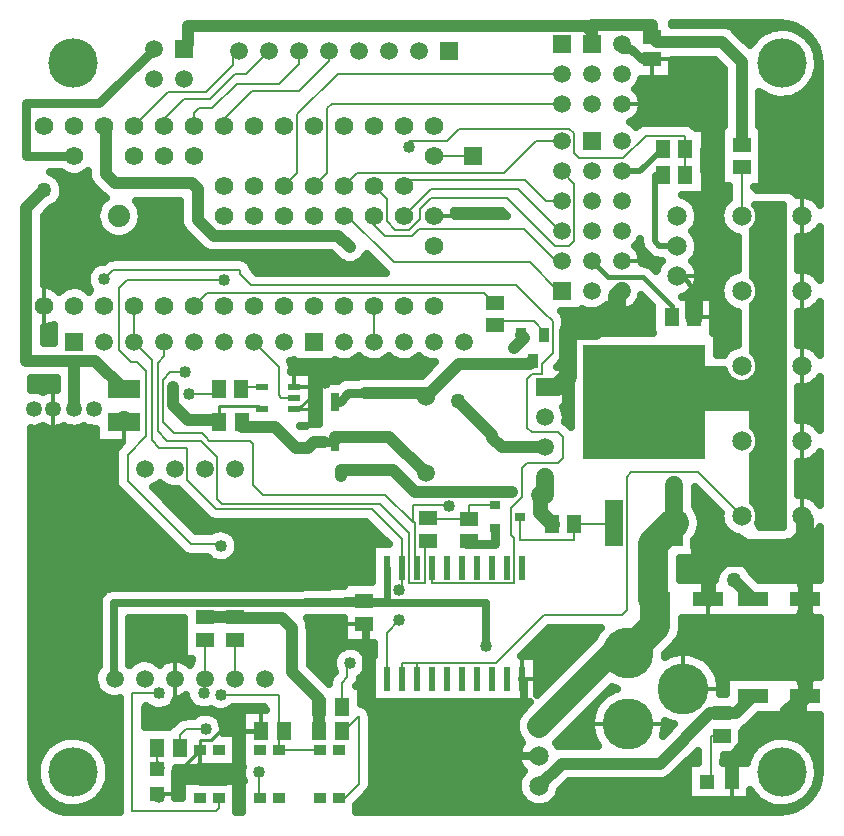
<source format=gtl>
G04 DipTrace Beta 2.9.0.1*
G04 TeensyArbotixProV3.gtl*
%MOIN*%
G04 #@! TF.FileFunction,Copper,L1,Top*
G04 #@! TF.Part,Single*
G04 #@! TA.AperFunction,ViaPad*
%ADD13C,0.04*%
G04 #@! TA.AperFunction,Conductor,NotC*
%ADD14C,0.015*%
%ADD15C,0.01*%
G04 #@! TA.AperFunction,CopperBalancing*
%ADD16C,0.025*%
G04 #@! TA.AperFunction,Conductor,NotC*
%ADD17C,0.023622*%
%ADD18C,0.008*%
G04 #@! TA.AperFunction,ComponentPad*
%ADD19C,0.06*%
G04 #@! TA.AperFunction,ViaPad*
%ADD20C,0.05*%
G04 #@! TA.AperFunction,Conductor,NotC*
%ADD21C,0.051181*%
%ADD22C,0.03*%
%ADD23C,0.047244*%
%ADD24C,0.02*%
%ADD25C,0.059055*%
%ADD26C,0.033465*%
%ADD27C,0.031496*%
%ADD28C,0.1*%
%ADD29C,0.08*%
G04 #@! TA.AperFunction,CopperBalancing*
%ADD30C,0.013*%
G04 #@! TA.AperFunction,SMDPad,CuDef*
%ADD31R,0.059055X0.051181*%
G04 #@! TA.AperFunction,ComponentPad*
%ADD33C,0.065199*%
%ADD34C,0.059055*%
G04 #@! TA.AperFunction,SMDPad,CuDef*
%ADD35R,0.051181X0.059055*%
%ADD37R,0.1X0.05*%
%ADD38R,0.106299X0.062992*%
G04 #@! TA.AperFunction,ComponentPad*
%ADD39R,0.059055X0.059055*%
G04 #@! TA.AperFunction,SMDPad,CuDef*
%ADD41R,0.03937X0.035433*%
%ADD42R,0.031496X0.062992*%
G04 #@! TA.AperFunction,ComponentPad*
%ADD43C,0.17*%
%ADD45C,0.074*%
G04 #@! TA.AperFunction,SMDPad,CuDef*
%ADD46R,0.047244X0.047244*%
G04 #@! TA.AperFunction,ComponentPad*
%ADD47C,0.05315*%
G04 #@! TA.AperFunction,SMDPad,CuDef*
%ADD48R,0.033465X0.051181*%
%ADD50R,0.059055X0.155512*%
%ADD51R,0.409449X0.38189*%
%ADD53R,0.035433X0.031496*%
%ADD54R,0.043307X0.023622*%
G04 #@! TA.AperFunction,ComponentPad*
%ADD55C,0.06194*%
G04 #@! TA.AperFunction,SMDPad,CuDef*
%ADD56R,0.023622X0.07874*%
G04 #@! TA.AperFunction,ComponentPad*
%ADD57C,0.06194*%
G04 #@! TA.AperFunction,ViaPad*
%ADD59C,0.165*%
%FSLAX26Y26*%
G04*
G70*
G90*
G75*
G01*
G04 Top*
%LPD*%
X2592866Y2106347D2*
D14*
Y2144016D1*
X2495866Y2241016D1*
X2378866D1*
X2325866Y2294016D1*
X1418404Y808273D2*
D15*
X1421372Y801540D1*
X1429126Y809920D1*
X2863366Y1169016D2*
D13*
X2801351Y1231032D1*
X700866Y2744016D2*
X706272Y2738610D1*
Y2585372D1*
X738554Y2553089D1*
X995201D1*
X1012956Y2535335D1*
Y2431719D1*
X1066780Y2377895D1*
X1481849D1*
X1520336Y2339408D1*
X1881080Y1827306D2*
X1995462Y1712924D1*
Y1705125D1*
X2026571Y1674016D1*
X2170866D1*
X2060154Y1525276D2*
X1737706D1*
X1663824Y1599158D1*
X1490408D1*
Y1577361D1*
X1327578Y929932D2*
Y925549D1*
X1418404Y834722D1*
Y808273D1*
X1035866Y1106418D2*
X1135866D1*
X1137072Y1105212D2*
X1292620D1*
X1327578Y1070254D1*
Y929932D1*
X1418404Y808273D2*
Y728247D1*
X2758866Y786418D2*
X2805768D1*
X2863366Y844016D1*
X2758866Y786418D2*
X2721268D1*
X2553866Y619016D1*
X2225866D1*
X2150866Y544016D1*
X2525866Y3041462D2*
Y3080007D1*
X2325866D1*
Y3019016D1*
X1973334Y1012544D2*
D16*
Y1154054D1*
X1301050D1*
X733813D1*
Y903806D1*
X735866Y901752D1*
D13*
D3*
X965866Y3002016D2*
X981866Y3018016D1*
Y3077016D1*
X2307866D1*
X2325866Y3059016D1*
Y3019016D1*
X1567297Y1159943D2*
D16*
X1301050Y1154054D1*
X2525866Y3041462D2*
D13*
X2544181Y3023147D1*
X2761670D1*
X2825866Y2958950D1*
Y2681418D1*
X1567297Y1159943D2*
D17*
X1643202D1*
Y1271411D1*
X2638268Y2581462D2*
D18*
Y2669016D1*
Y2712544D1*
X2506894D1*
X2431894Y2637544D1*
X2283394D1*
X2267394Y2653544D1*
Y2719544D1*
X2251394Y2735544D1*
X1885260D1*
X1844733Y2695016D1*
X1717866D1*
Y2675016D1*
X1282362Y664725D2*
X1357677D1*
X1419370D1*
X1276624Y670776D2*
Y664725D1*
X1357677D1*
X1299469Y728113D2*
X1282362Y711007D1*
Y664725D1*
X1299469Y728113D2*
X1282974Y744608D1*
Y849044D1*
X1090226D1*
Y1345105D2*
X1084213Y1351118D1*
X991006D1*
X779533Y1562591D1*
Y1648504D1*
X840849Y1709820D1*
Y1929033D1*
X811179Y1958704D1*
X789179D1*
X750866Y1997016D1*
Y2204016D1*
X778592Y2231742D1*
X1100866D1*
X1800866Y2644016D2*
X1930866D1*
X1200866Y2024016D2*
X1283943Y1940940D1*
X1282991Y1939987D1*
Y1846278D1*
X1291852Y1837418D1*
X1332866D1*
X953268Y671275D2*
Y714079D1*
X973041Y733852D1*
X1039305D1*
X1400866Y2544016D2*
X1443839Y2586988D1*
Y2803016D1*
X1459839Y2819016D1*
X2225866D1*
X1300866Y2544016D2*
X1343839Y2586988D1*
Y2783500D1*
X1479355Y2919016D1*
X2225866D1*
X1849931Y1476118D2*
Y1481803D1*
X1730197D1*
Y1423532D1*
X1738072D1*
Y1271411D1*
X1743202D1*
X1730197Y1423532D2*
X1638030Y1515698D1*
X1230109D1*
X1197365Y1548441D1*
Y1684264D1*
X1186452Y1695179D1*
X1051841D1*
X1040927Y1706092D1*
Y1709188D1*
X1028256Y1721859D1*
X932357D1*
X896068Y1758147D1*
Y1898366D1*
X921309Y1923607D1*
X971866D1*
X700866Y2233366D2*
X731244Y2263744D1*
X1153730D1*
Y2251126D1*
X1192011Y2212845D1*
X2074626D1*
X2164089Y2123382D1*
X2165233D1*
X2195599Y2093016D1*
Y1987733D1*
X2160197Y1952331D1*
Y1917544D1*
X2127339D1*
X2111339Y1901544D1*
Y1739126D1*
X2127339Y1723126D1*
X2214394D1*
X2230394Y1707126D1*
Y1636256D1*
X2214394Y1620256D1*
X2110154D1*
X2094154Y1604256D1*
Y1507150D1*
X2057496Y1470492D1*
Y1379736D1*
X2067016Y1370217D1*
Y1220040D1*
X1793202D1*
Y1271411D1*
X1600866Y2144016D2*
Y2024016D1*
X1035866Y1031614D2*
Y901752D1*
X1135866Y1031614D2*
Y901752D1*
X800866Y2144016D2*
Y2024016D1*
X860729Y1964154D1*
Y1696614D1*
X885474Y1671869D1*
X977394D1*
Y1564818D1*
X1074196Y1468016D1*
X1592450D1*
X1693202Y1367264D1*
Y1271411D1*
X1685016Y1096012D2*
X1643202Y1054198D1*
Y901332D1*
X1693202Y1271411D2*
Y1205202D1*
X1685016Y1197016D1*
X1450866Y2994016D2*
Y2961016D1*
X1350866Y2861016D1*
X1192866D1*
X1100866Y2769016D1*
Y2744016D1*
X1000866D2*
Y2786988D1*
X1016866Y2802988D1*
X1061839D1*
X1143866Y2885016D1*
X1283866D1*
X1350866Y2952016D1*
Y2994016D1*
X900866Y2744016D2*
Y2769016D1*
X966866Y2835016D1*
X1052866D1*
X1135866Y2918016D1*
X1174866D1*
X1250866Y2994016D1*
X1150866D2*
X1131866Y2975016D1*
Y2949016D1*
X1040866Y2858016D1*
X914866D1*
X800866Y2744016D1*
X1500866Y2444016D2*
Y2454016D1*
X1665557Y2289326D1*
X2119557D1*
X2214866Y2194016D1*
X2225866D1*
Y2294016D2*
X2207485D1*
X2099485Y2402016D1*
X1749866D1*
X1726866Y2379016D1*
X1635866D1*
X1600866Y2414016D1*
Y2444016D1*
X2225866Y2394016D2*
X2220866D1*
X2080866Y2534016D1*
X1790866D1*
X1700866Y2444016D1*
X2225866Y2494016D2*
X2172933D1*
X2102933Y2564016D1*
X1700866D1*
Y2544016D1*
X900866Y2024016D2*
Y1976020D1*
X878952Y1954105D1*
Y1725935D1*
X909966Y1694920D1*
X1022781D1*
X1077394Y1640307D1*
Y1500016D1*
X1093394Y1484016D1*
X1619546D1*
X1717016Y1386546D1*
Y1220040D1*
X1769391D1*
Y1361614D1*
X1780866D1*
X1600866Y2544016D2*
X1643839Y2501044D1*
Y2426044D1*
X1670866Y2399016D1*
X1717866D1*
X1752797Y2433946D1*
Y2465946D1*
X1790866Y2504016D1*
X2043866D1*
X2204866Y2343016D1*
X2248866D1*
X2267394Y2361544D1*
Y2552488D1*
X2225866Y2594016D1*
Y2694016D2*
X2140866D1*
X2034343Y2587492D1*
X1544343D1*
X1500866Y2544016D1*
X1000866Y2144016D2*
X1043839Y2186988D1*
X1968810D1*
X2000306Y2155492D1*
X2005519D1*
X2825866Y1444016D2*
X2679949Y1589933D1*
X2458394D1*
X2442394Y1573933D1*
Y1131016D1*
X2426394Y1115016D1*
X2167646D1*
X2007335Y954705D1*
X1743202D1*
X1693202D1*
Y901332D1*
X1743202Y954705D2*
Y901332D1*
X2825866Y2444016D2*
Y2606614D1*
X3038366Y844016D2*
D20*
Y899016D1*
D19*
Y1114016D1*
D20*
Y1169016D1*
Y1224016D1*
D19*
Y1304016D1*
Y1431516D1*
X3025866Y1444016D1*
X2713366Y1169016D2*
D20*
Y1249633D1*
D19*
X2767750Y1304016D1*
X3038366D1*
X1910866Y1359376D2*
D21*
Y1360712D1*
X1916702D1*
X1910866Y1359376D2*
D22*
Y1352582D1*
X2004537D1*
Y1404722D1*
X2792205Y559016D2*
D23*
Y624355D1*
D19*
X2893866Y726016D1*
X2953866D1*
X2980866Y753016D1*
Y786516D1*
X2999475Y805125D1*
D20*
X3038366Y844016D1*
X2425866Y2594016D2*
D24*
X2488465D1*
X2563465Y2669016D1*
X2425866Y3019016D2*
D22*
Y3001832D1*
X2457319D1*
X2492492Y2966659D1*
X2525866D1*
X2610866Y2244016D2*
D14*
X2625866D1*
X2670866Y2199016D1*
Y2109544D1*
X2667670Y2106347D1*
D19*
Y2179586D1*
D14*
X2670866Y2109544D1*
X875866Y516677D2*
D15*
Y508016D1*
X883844D1*
X2425866Y2194016D2*
D25*
X2409866Y2178016D1*
D19*
Y2135016D1*
X2335866Y2061016D1*
X2245866D1*
Y1909016D1*
X2210866Y1874016D1*
D25*
X2170866D1*
X2092063Y2047016D2*
D13*
X2101656Y2037423D1*
X2068250Y2004016D1*
X766583Y1756450D2*
D19*
Y1764733D1*
X1332866Y1874819D2*
D15*
X1334092Y1876045D1*
X1383675D1*
Y1800016D1*
X1348723D1*
X1332866D1*
X1348723D2*
X1437723Y1889016D1*
X1019370Y664725D2*
X952885Y598239D1*
Y522786D1*
X946776Y516677D1*
X875866D1*
X2093202Y901332D2*
D16*
X2100422Y894113D1*
Y800823D1*
X2068406Y768807D1*
Y655419D1*
X2079809Y644016D1*
X2150866D1*
X1567297Y1085139D2*
X1573496Y1078940D1*
Y847920D1*
X1611649Y809768D1*
Y770149D1*
X2076512D1*
X2068406Y768807D1*
X1224666Y728113D2*
D15*
X1222193Y725641D1*
X1084104D1*
X1055870Y697407D1*
X1019370D1*
Y664725D1*
X1217903Y589714D2*
D18*
Y503307D1*
X1219370D1*
X1521365Y952928D2*
Y946082D1*
X1511889D1*
Y907323D1*
X1493208Y888642D1*
Y808273D1*
X1772914Y1842016D2*
D13*
X1882714Y1951817D1*
X2119533D1*
D26*
Y1960402D1*
X2129465D1*
X1470969Y1825549D2*
D18*
X1485706D1*
D27*
X1514097Y1853940D1*
X1569647D1*
D13*
X1772914D1*
Y1842016D1*
X1493208Y728247D2*
D18*
X1502097D1*
X1549866Y776016D1*
Y550016D1*
X1503158Y503307D1*
X1482362D1*
X1158670Y1866065D2*
X1167424Y1874819D1*
X1226567D1*
X878465Y671275D2*
Y626095D1*
X899656Y604903D1*
X875866D1*
Y599355D1*
X2005519Y2080689D2*
X2017845Y2093016D1*
X2132866D1*
X2166866Y2059016D1*
Y2047016D1*
X983882Y1850019D2*
X1083866D1*
Y1866065D1*
X2758866Y711614D2*
X2722866D1*
Y559016D1*
X2709528D1*
X2268268Y1419016D2*
X2400214D1*
X2400864Y1419666D1*
X2268268Y1419016D2*
Y1364268D1*
X2087214D1*
Y1442124D1*
X2004537Y1479525D2*
X1916702D1*
Y1435515D1*
X1780866D1*
Y1436418D1*
X1772914Y1586063D2*
D13*
X1650996Y1707981D1*
X1470969D1*
D27*
Y1691691D1*
X1159866Y1756016D2*
D13*
Y1740016D1*
X1271673D1*
X1339916Y1671773D1*
X1380584D1*
X1400502Y1691691D1*
X1435221D1*
D27*
X1470969D1*
X882798Y853776D2*
D18*
X897172Y839402D1*
Y854777D1*
X795251D1*
Y462273D1*
X1074055D1*
X1082362Y470580D1*
Y503307D1*
X2925866Y2444016D2*
D19*
Y2194016D1*
Y1944016D1*
Y1834016D1*
Y1694016D1*
Y1444016D1*
X2500866Y1825197D2*
X2925866D1*
Y1834016D1*
X2538366Y1169016D2*
D28*
X2530866D1*
Y1349646D1*
X2600866Y1419646D1*
X2170866Y1574016D2*
D25*
Y1514488D1*
D19*
X2154156D1*
D21*
Y1458324D1*
X2193465Y1419016D1*
X2610866Y2344016D2*
D24*
X2552166D1*
X2536866Y2359315D1*
Y2581462D1*
X2563465D1*
X2538366Y1169016D2*
D28*
Y1078516D1*
X2446866Y987016D1*
D29*
X2393866D1*
X2150866Y744016D1*
X2600866Y1419646D2*
D25*
Y1546406D1*
X500866Y2530016D2*
D13*
X440866Y2470016D1*
Y1962218D1*
X600866D1*
X671051D1*
X766583Y1866687D1*
Y1873116D1*
X930845D2*
Y1814355D1*
X980124Y1765076D1*
X1085063D1*
Y1756016D1*
X600866Y1800383D2*
Y1962218D1*
X1226567Y1800016D2*
D15*
X1214269Y1812314D1*
X1085063D1*
Y1756016D1*
X865866Y3002016D2*
D22*
X684042Y2820192D1*
X440866D1*
Y2644016D1*
X600866D1*
D20*
X2801351Y1231032D3*
D13*
X1520336Y2339408D3*
D20*
X1881080Y1827306D3*
D13*
X1090226Y849044D3*
Y1345105D3*
X1100866Y2231742D3*
X1039305Y733852D3*
X883844Y508016D3*
X2068250Y2004016D3*
X766583Y1764733D3*
X1437723Y1889016D3*
X882798Y853776D3*
D20*
X500866Y2530016D3*
D13*
X766583Y1873116D3*
X930845D3*
D59*
X2959922Y590866D3*
X597717D3*
Y2953071D3*
X2959922D3*
D13*
X1910866Y1359376D3*
X1973334Y1012544D3*
X1717866Y2675016D3*
X1490408Y1577361D3*
X2060154Y1525276D3*
X1327578Y929932D3*
X1217903Y589714D3*
X1521365Y952928D3*
X983882Y1850019D3*
X1849931Y1476118D3*
X971866Y1923607D3*
X700866Y2233366D3*
X1032932Y855302D3*
X1685016Y1096012D3*
Y1197016D3*
X2600866Y1546406D3*
X2885983Y2456647D2*
D16*
X2960671D1*
X2885983Y2431778D2*
X2960671D1*
X2874265Y2406910D2*
X2960671D1*
X2866062Y2382041D2*
X2960671D1*
X2866062Y2357172D2*
X2960671D1*
X2866062Y2332303D2*
X2960671D1*
X2866062Y2307435D2*
X2960671D1*
X2866062Y2282566D2*
X2960671D1*
X2866062Y2257697D2*
X2960671D1*
X2873093Y2232828D2*
X2960671D1*
X2885983Y2207960D2*
X2960671D1*
X2886374Y2183091D2*
X2960671D1*
X2875437Y2158222D2*
X2960671D1*
X2866062Y2133353D2*
X2960671D1*
X2866062Y2108485D2*
X2960671D1*
X2866062Y2083616D2*
X2960671D1*
X2866062Y2058747D2*
X2960671D1*
X2866062Y2033878D2*
X2960671D1*
X2866062Y2009009D2*
X2960671D1*
X2871922Y1984141D2*
X2960671D1*
X2885593Y1959272D2*
X2960671D1*
X2886765Y1934403D2*
X2960671D1*
X2416062Y1909534D2*
X2775515D1*
X2876218D2*
X2960671D1*
X2416062Y1884666D2*
X2960671D1*
X2416062Y1859797D2*
X2960671D1*
X2416062Y1834928D2*
X2960671D1*
X2416062Y1810059D2*
X2960671D1*
X2866062Y1785191D2*
X2960671D1*
X2866062Y1760322D2*
X2960671D1*
X2870359Y1735453D2*
X2960671D1*
X2885202Y1710584D2*
X2960671D1*
X2886765Y1685715D2*
X2960671D1*
X2877390Y1660847D2*
X2960671D1*
X2866062Y1635978D2*
X2960671D1*
X2866062Y1611109D2*
X2960671D1*
X2866062Y1586240D2*
X2960671D1*
X2866062Y1561372D2*
X2960671D1*
X2866062Y1536503D2*
X2960671D1*
X2866062Y1511634D2*
X2960671D1*
X2869187Y1486765D2*
X2960671D1*
X2884811Y1461897D2*
X2960671D1*
X2887155Y1437028D2*
X2960671D1*
X2887937Y1412159D2*
X2960671D1*
X2883641Y1431609D2*
X2879870Y1420125D1*
X2884843Y1413146D1*
X2887395Y1406210D1*
X2938366Y1406516D1*
X2962975D1*
X2963366Y1494016D1*
Y2481125D1*
X2875866Y2481516D1*
X2871570D1*
X2875561Y2475990D1*
X2881166Y2464844D1*
X2884306Y2452769D1*
X2884958Y2444016D1*
X2883641Y2431609D1*
X2879748Y2419755D1*
X2873453Y2408983D1*
X2863449Y2398642D1*
X2863366Y2239719D1*
X2875561Y2225990D1*
X2881166Y2214844D1*
X2884306Y2202769D1*
X2884958Y2194016D1*
X2883641Y2181609D1*
X2879748Y2169755D1*
X2873453Y2158983D1*
X2863449Y2148642D1*
X2863366Y1989719D1*
X2875561Y1975990D1*
X2881166Y1964844D1*
X2884306Y1952769D1*
X2884958Y1944016D1*
X2883641Y1931609D1*
X2879748Y1919755D1*
X2873453Y1908983D1*
X2865037Y1899772D1*
X2854874Y1892534D1*
X2843419Y1887591D1*
X2831180Y1885163D1*
X2818705Y1885360D1*
X2806549Y1888171D1*
X2795255Y1893471D1*
X2785324Y1901025D1*
X2777202Y1910496D1*
X2771248Y1921461D1*
X2768280Y1931561D1*
X2413757Y1931516D1*
X2413366Y1844016D1*
Y1806907D1*
X2500866Y1806516D1*
X2850866D1*
X2861411Y1800397D1*
X2863366Y1794016D1*
Y1739719D1*
X2875561Y1725990D1*
X2881166Y1714844D1*
X2884306Y1702769D1*
X2884958Y1694016D1*
X2883641Y1681609D1*
X2879748Y1669755D1*
X2873453Y1658983D1*
X2863449Y1648642D1*
X2863366Y1489719D1*
X2875561Y1475990D1*
X2881166Y1464844D1*
X2884306Y1452769D1*
X2884958Y1444016D1*
X2883641Y1431609D1*
X2807649Y3062553D2*
X2905773D1*
X3013899D2*
X3027444D1*
X2832259Y3037684D2*
X2871008D1*
X2596320Y2963078D2*
X2736633D1*
X2596320Y2938209D2*
X2761243D1*
X2596320Y2913340D2*
X2764759D1*
X2489289Y2888471D2*
X2764759D1*
X3064680D2*
X3085071D1*
X2479915Y2863603D2*
X2764759D1*
X3043977D2*
X3085071D1*
X2493587Y2838734D2*
X2764759D1*
X2886945D2*
X2917883D1*
X3002180D2*
X3085071D1*
X2496320Y2813865D2*
X2764759D1*
X2886945D2*
X3085071D1*
X2489289Y2788996D2*
X2764759D1*
X2886945D2*
X3085071D1*
X2468587Y2764128D2*
X2764759D1*
X2886945D2*
X3085071D1*
X2673664Y2739259D2*
X2755383D1*
X2896320D2*
X3085071D1*
X2704915Y2714390D2*
X2755383D1*
X2896320D2*
X3085071D1*
X2704915Y2689521D2*
X2755383D1*
X2896320D2*
X3085071D1*
X2704915Y2664652D2*
X2755383D1*
X2896320D2*
X3085071D1*
X2704915Y2639784D2*
X2755383D1*
X2896320D2*
X3085071D1*
X2704915Y2614915D2*
X2755383D1*
X2896320D2*
X3085071D1*
X524055Y2590046D2*
X554601D1*
X2704915D2*
X2755383D1*
X2896320D2*
X3085071D1*
X556087Y2565177D2*
X648743D1*
X2704915D2*
X2755383D1*
X2896320D2*
X3085071D1*
X565852Y2540309D2*
X665931D1*
X2704915D2*
X2780773D1*
X2870931D2*
X3085071D1*
X565071Y2515440D2*
X690931D1*
X2704915D2*
X2780773D1*
X3010383D2*
X3085071D1*
X552961Y2490571D2*
X688977D1*
X812727D2*
X951868D1*
X2667024D2*
X2769445D1*
X521712Y2465702D2*
X676087D1*
X825617D2*
X951868D1*
X2681087D2*
X2755773D1*
X501789Y2440834D2*
X672961D1*
X828743D2*
X951868D1*
X2684212D2*
X2752259D1*
X501789Y2415965D2*
X678431D1*
X823273D2*
X954212D1*
X2678743D2*
X2758117D1*
X501789Y2391096D2*
X694445D1*
X807259D2*
X968273D1*
X2666633D2*
X2775696D1*
X501789Y2366227D2*
X993273D1*
X2681087D2*
X2809680D1*
X3017024D2*
X3085071D1*
X501789Y2341359D2*
X1018273D1*
X2684601D2*
X2809680D1*
X3017024D2*
X3085071D1*
X501789Y2316490D2*
X1458117D1*
X2492415D2*
X2508508D1*
X2678743D2*
X2809680D1*
X3017024D2*
X3085071D1*
X501789Y2291621D2*
X692883D1*
X1188117D2*
X1483899D1*
X1556477D2*
X1600696D1*
X2496320D2*
X2555383D1*
X2666243D2*
X2809680D1*
X3017024D2*
X3085071D1*
X501789Y2266752D2*
X650305D1*
X1200617D2*
X1625696D1*
X2680696D2*
X2809680D1*
X3017024D2*
X3085071D1*
X501789Y2241883D2*
X640540D1*
X2684601D2*
X2770617D1*
X501789Y2217015D2*
X642101D1*
X2679133D2*
X2756164D1*
X2661945Y2192146D2*
X2752259D1*
X2734212Y2167277D2*
X2757336D1*
X2472883Y2142408D2*
X2526087D1*
X2734212D2*
X2774524D1*
X2232649Y2117540D2*
X2526087D1*
X2734212D2*
X2809680D1*
X3017024D2*
X3085071D1*
X2240461Y2092671D2*
X2526087D1*
X2734212D2*
X2809680D1*
X3017024D2*
X3085071D1*
X501789Y2067802D2*
X530383D1*
X2240461D2*
X2526087D1*
X2734212D2*
X2809680D1*
X3017024D2*
X3085071D1*
X501789Y2042933D2*
X530383D1*
X2240461D2*
X2254992D1*
X2746712D2*
X2809680D1*
X3017024D2*
X3085071D1*
X2240461Y2018065D2*
X2254992D1*
X2746712D2*
X2809680D1*
X3017024D2*
X3085071D1*
X2240461Y1993196D2*
X2254992D1*
X2746712D2*
X2772180D1*
X1542415Y1968327D2*
X1559289D1*
X1642415D2*
X1659289D1*
X1742415D2*
X1759289D1*
X2235773D2*
X2254992D1*
X1328743Y1943458D2*
X1788977D1*
X2213899D2*
X2254992D1*
X1395540Y1918589D2*
X1764368D1*
X2241243D2*
X2254992D1*
X459212Y1893721D2*
X539759D1*
X1395540D2*
X1414368D1*
X2241243D2*
X2254992D1*
X459212Y1868852D2*
X539759D1*
X1395540D2*
X1414368D1*
X2241243D2*
X2254992D1*
X3017024D2*
X3085071D1*
X1395540Y1843983D2*
X1414368D1*
X2241243D2*
X2254992D1*
X3017024D2*
X3085071D1*
X1395540Y1819114D2*
X1414368D1*
X2241243D2*
X2254992D1*
X3017024D2*
X3085071D1*
X1395540Y1794246D2*
X1414368D1*
X2238508D2*
X2254992D1*
X3017024D2*
X3085071D1*
X1395540Y1769377D2*
X1414368D1*
X2241243D2*
X2254992D1*
X3017024D2*
X3085071D1*
X1352571Y1744508D2*
X1372961D1*
X459212Y1719639D2*
X672571D1*
X459212Y1694771D2*
X672571D1*
X459212Y1669902D2*
X740149D1*
X459212Y1645033D2*
X734680D1*
X459212Y1620164D2*
X734680D1*
X3017024D2*
X3085071D1*
X459212Y1595296D2*
X734680D1*
X3017024D2*
X3085071D1*
X459212Y1570427D2*
X734680D1*
X3017024D2*
X3085071D1*
X459212Y1545558D2*
X738196D1*
X876789D2*
X894836D1*
X3017024D2*
X3085071D1*
X459212Y1520689D2*
X758899D1*
X884212D2*
X958899D1*
X2671320D2*
X2686633D1*
X3017024D2*
X3085071D1*
X459212Y1495820D2*
X783508D1*
X908820D2*
X983899D1*
X2671320D2*
X2711633D1*
X459212Y1470952D2*
X808508D1*
X933820D2*
X1008508D1*
X2675617D2*
X2736243D1*
X459212Y1446083D2*
X833508D1*
X958820D2*
X1033508D1*
X2687727D2*
X2752259D1*
X459212Y1421214D2*
X858117D1*
X983431D2*
X1576477D1*
X2692024D2*
X2756164D1*
X459212Y1396345D2*
X883117D1*
X1008431D2*
X1059680D1*
X1120931D2*
X1601477D1*
X2688899D2*
X2770617D1*
X459212Y1371477D2*
X908117D1*
X1144759D2*
X1626477D1*
X2677571D2*
X2817101D1*
X3009601D2*
X3085071D1*
X459212Y1346608D2*
X932727D1*
X1151399D2*
X1590540D1*
X2671320D2*
X3085071D1*
X459212Y1321739D2*
X957727D1*
X1146320D2*
X1590540D1*
X2671320D2*
X3085071D1*
X459212Y1296870D2*
X1054601D1*
X1126008D2*
X1590540D1*
X2621712D2*
X3085071D1*
X459212Y1272002D2*
X1590540D1*
X2621712D2*
X2750305D1*
X2852180D2*
X3085071D1*
X459212Y1247133D2*
X1590540D1*
X2621712D2*
X2737415D1*
X2870540D2*
X3085071D1*
X459212Y1222264D2*
X1496789D1*
X459212Y1197395D2*
X704601D1*
X459212Y1172526D2*
X683899D1*
X459212Y1147658D2*
X680383D1*
X459212Y1122789D2*
X680383D1*
X459212Y1097920D2*
X680383D1*
X787336D2*
X965149D1*
X1381477D2*
X1496789D1*
X2629524D2*
X3085071D1*
X459212Y1073051D2*
X680383D1*
X787336D2*
X965149D1*
X1388508D2*
X1496789D1*
X2629133D2*
X3085071D1*
X459212Y1048183D2*
X680383D1*
X787336D2*
X965149D1*
X1388508D2*
X1496789D1*
X2163508D2*
X2337024D1*
X2624055D2*
X3085071D1*
X459212Y1023314D2*
X680383D1*
X787336D2*
X965149D1*
X1388508D2*
X1496789D1*
X2138508D2*
X2316712D1*
X2609992D2*
X3085071D1*
X459212Y998445D2*
X680383D1*
X787336D2*
X965149D1*
X1388508D2*
X1481945D1*
X1560773D2*
X1598352D1*
X2113508D2*
X2291712D1*
X2585773D2*
X3085071D1*
X459212Y973576D2*
X680383D1*
X787336D2*
X965149D1*
X1388508D2*
X1463977D1*
X2145931D2*
X2267101D1*
X2699836D2*
X3085071D1*
X459212Y948708D2*
X680383D1*
X1389680D2*
X1460461D1*
X2145931D2*
X2242101D1*
X2728743D2*
X3085071D1*
X459212Y923839D2*
X669055D1*
X1414680D2*
X1465931D1*
X1574445D2*
X1590482D1*
X2145931D2*
X2217101D1*
X2745149D2*
X3085071D1*
X459212Y898970D2*
X665540D1*
X1556087D2*
X1590540D1*
X2145931D2*
X2192492D1*
X2754133D2*
X2772180D1*
X459212Y874101D2*
X671399D1*
X1559992D2*
X1590540D1*
X2145931D2*
X2167492D1*
X2757649D2*
X2772180D1*
X459212Y849233D2*
X690149D1*
X1559992D2*
X1590540D1*
X459212Y824364D2*
X750305D1*
X939289D2*
X980773D1*
X1559992D2*
X1590540D1*
X459212Y799495D2*
X750305D1*
X840071D2*
X858508D1*
X914289D2*
X1012805D1*
X1123664D2*
X1237805D1*
X1587727D2*
X2092883D1*
X459212Y774626D2*
X750305D1*
X840071D2*
X958508D1*
X1083820D2*
X1158117D1*
X1594759D2*
X2076087D1*
X2295149D2*
X2323352D1*
X2879133D2*
X3085071D1*
X459212Y749757D2*
X750305D1*
X840071D2*
X926477D1*
X1098273D2*
X1158117D1*
X1594759D2*
X2070227D1*
X2270149D2*
X2321008D1*
X2572883D2*
X2596789D1*
X2854524D2*
X3085071D1*
X459212Y724889D2*
X750305D1*
X1099445D2*
X1158117D1*
X1594759D2*
X2072180D1*
X2245149D2*
X2323743D1*
X2829524D2*
X3085071D1*
X459212Y700020D2*
X542883D1*
X652571D2*
X750305D1*
X1143196D2*
X1158117D1*
X1594759D2*
X2083508D1*
X2220540D2*
X2331945D1*
X2829524D2*
X2905383D1*
X3014680D2*
X3085071D1*
X459212Y675151D2*
X508508D1*
X686945D2*
X750305D1*
X1143196D2*
X1158117D1*
X1594759D2*
X2084289D1*
X2829524D2*
X2870617D1*
X3049055D2*
X3085071D1*
X459212Y650282D2*
X489759D1*
X705696D2*
X750305D1*
X1143196D2*
X1158508D1*
X1594759D2*
X2077649D1*
X2829524D2*
X2851868D1*
X3067805D2*
X3085071D1*
X459212Y625414D2*
X479212D1*
X716243D2*
X750305D1*
X1143196D2*
X1158508D1*
X1594759D2*
X2079601D1*
X2645540D2*
X2678040D1*
X2767805D2*
X2841320D1*
X459212Y600545D2*
X474752D1*
X720931D2*
X750305D1*
X944368D2*
X1157727D1*
X1594759D2*
X2092101D1*
X2620540D2*
X2644836D1*
X460773Y575676D2*
X475021D1*
X720149D2*
X750305D1*
X940461D2*
X1158508D1*
X1594759D2*
X2084680D1*
X2595540D2*
X2644836D1*
X465852Y550807D2*
X481164D1*
X714289D2*
X750305D1*
X940461D2*
X958508D1*
X1143196D2*
X1158508D1*
X1594759D2*
X2077649D1*
X2242805D2*
X2644836D1*
X476399Y525939D2*
X493273D1*
X702180D2*
X750305D1*
X940461D2*
X958508D1*
X1143196D2*
X1158508D1*
X1587336D2*
X2079601D1*
X2222101D2*
X2644836D1*
X494368Y501070D2*
X513977D1*
X681477D2*
X750305D1*
X1143196D2*
X1158508D1*
X1563508D2*
X2091712D1*
X2209992D2*
X2644836D1*
X2856868D2*
X2876477D1*
X524055Y476201D2*
X556555D1*
X638899D2*
X750305D1*
X1143196D2*
X1158508D1*
X1543196D2*
X2126868D1*
X2174836D2*
X2918664D1*
X3001008D2*
X3019055D1*
X1511769Y1224033D2*
X1592629D1*
X1592891Y1349281D1*
X1650313D1*
X1627796Y1372567D1*
X1575038Y1425323D1*
X1217450Y1425516D1*
X1074196D1*
X1061876Y1427341D1*
X1050729Y1432583D1*
X1035305Y1446802D1*
X947605Y1534503D1*
X930230Y1533958D1*
X917939Y1536130D1*
X906250Y1540511D1*
X895558Y1546953D1*
X885985Y1555547D1*
X877147Y1547681D1*
X862582Y1539471D1*
X1008735Y1393492D1*
X1057802Y1393618D1*
X1065368Y1398061D1*
X1077163Y1402128D1*
X1089551Y1403601D1*
X1101971Y1402415D1*
X1113857Y1398621D1*
X1124667Y1392393D1*
X1133911Y1384013D1*
X1141168Y1373865D1*
X1146109Y1362408D1*
X1148726Y1345105D1*
X1147397Y1332700D1*
X1143465Y1320860D1*
X1137113Y1310121D1*
X1128629Y1300974D1*
X1118397Y1293835D1*
X1106885Y1289028D1*
X1094614Y1286771D1*
X1082145Y1287167D1*
X1070042Y1290198D1*
X1058857Y1295727D1*
X1049100Y1303502D1*
X1044910Y1308638D1*
X991006Y1308618D1*
X978685Y1310444D1*
X967537Y1315685D1*
X952114Y1329906D1*
X749482Y1532538D1*
X742061Y1542541D1*
X737885Y1554129D1*
X737033Y1575091D1*
Y1648504D1*
X738859Y1660824D1*
X744100Y1671973D1*
X757492Y1686567D1*
X674935Y1686454D1*
Y1735907D1*
X668086Y1735347D1*
X655629Y1736120D1*
X643547Y1739256D1*
X633344Y1744135D1*
X627299Y1740919D1*
X615461Y1736966D1*
X603086Y1735347D1*
X590629Y1736120D1*
X578547Y1739256D1*
X565722Y1745802D1*
X559563Y1741978D1*
X547885Y1737574D1*
X535582Y1735479D1*
X523104Y1735773D1*
X510912Y1738444D1*
X498440Y1743977D1*
X480461Y1736966D1*
X468086Y1735347D1*
X456797Y1736046D1*
X456516Y1588387D1*
Y593785D1*
X458789Y567604D1*
X464878Y544864D1*
X474781Y523685D1*
X488212Y504547D1*
X504760Y488032D1*
X523924Y474642D1*
X545124Y464784D1*
X567714Y458756D1*
X593538Y456521D1*
X752814Y456516D1*
X752751Y836101D1*
X742713Y834070D1*
X730230Y833958D1*
X717939Y836130D1*
X706250Y840511D1*
X695558Y846953D1*
X686223Y855240D1*
X678561Y865093D1*
X672827Y876181D1*
X669217Y888130D1*
X667849Y900537D1*
X668773Y912986D1*
X671954Y925055D1*
X677289Y936341D1*
X682996Y944248D1*
X682813Y1154054D1*
X684336Y1166429D1*
X688818Y1178065D1*
X695990Y1188265D1*
X705422Y1196420D1*
X716550Y1202044D1*
X729100Y1204789D1*
X833813Y1205054D1*
X1324916Y1205595D1*
X1499483Y1209456D1*
X1499269Y1224033D1*
X1511769D1*
X1499614Y1095852D2*
X1499269Y1103273D1*
X1376068Y1103054D1*
X1382248Y1091070D1*
X1385420Y1079004D1*
X1386078Y1057754D1*
X1386621Y949236D1*
X1450979Y884880D1*
X1450708Y888642D1*
X1452533Y900962D1*
X1457775Y912109D1*
X1469508Y925047D1*
X1463523Y944177D1*
X1462983Y956642D1*
X1465099Y968939D1*
X1469773Y980506D1*
X1476794Y990819D1*
X1485843Y999408D1*
X1496507Y1005883D1*
X1508301Y1009950D1*
X1520691Y1011424D1*
X1533110Y1010236D1*
X1544995Y1006443D1*
X1555806Y1000215D1*
X1565050Y991836D1*
X1572307Y981688D1*
X1577247Y970231D1*
X1579865Y952928D1*
X1578534Y940523D1*
X1574604Y928683D1*
X1568252Y917944D1*
X1559767Y908797D1*
X1554332Y905004D1*
X1552604Y895135D1*
X1547322Y883856D1*
X1541617Y876301D1*
X1557298D1*
Y818097D1*
X1566066Y815307D1*
X1576761Y808924D1*
X1585146Y799714D1*
X1590502Y788469D1*
X1592310Y775769D1*
X1592366Y550016D1*
X1590541Y537696D1*
X1585299Y526549D1*
X1571079Y511125D1*
X1540420Y480465D1*
X1540547Y456803D1*
X1605549Y456516D1*
X2949906D1*
X2979096Y459382D1*
X3004317Y467006D1*
X2999260Y476440D1*
X2987250Y472992D1*
X2974949Y470803D1*
X2962487Y469894D1*
X2949999Y470275D1*
X2937616Y471940D1*
X2925471Y474874D1*
X2913693Y479045D1*
X2902408Y484408D1*
X2891738Y490907D1*
X2881793Y498471D1*
X2872681Y507020D1*
X2864500Y516464D1*
X2854491Y531820D1*
X2854327Y496894D1*
X2647406D1*
Y621138D1*
X2680366Y621516D1*
Y662532D1*
X2595233Y577650D1*
X2585520Y569819D1*
X2574368Y564226D1*
X2562617Y561173D1*
X2541366Y560516D1*
X2249554Y559973D1*
X2220551Y530970D1*
X2217616Y519528D1*
X2212303Y508231D1*
X2205097Y498037D1*
X2196219Y489260D1*
X2185944Y482171D1*
X2174586Y476990D1*
X2162498Y473874D1*
X2150050Y472922D1*
X2137628Y474160D1*
X2125613Y477553D1*
X2114378Y482994D1*
X2104267Y490317D1*
X2095593Y499294D1*
X2088622Y509651D1*
X2083572Y521068D1*
X2080596Y533192D1*
X2079785Y545650D1*
X2081167Y558057D1*
X2084697Y570030D1*
X2090267Y581204D1*
X2100259Y593639D1*
X2091192Y605362D1*
X2085351Y616397D1*
X2081529Y628281D1*
X2079847Y640651D1*
X2080352Y653125D1*
X2083033Y665318D1*
X2087803Y676853D1*
X2095348Y688415D1*
X2086282Y699394D1*
X2080024Y710198D1*
X2075558Y721860D1*
X2072998Y734082D1*
X2072407Y746554D1*
X2073802Y758964D1*
X2077147Y770994D1*
X2082357Y782341D1*
X2089301Y792719D1*
X2119389Y823554D1*
X1992891Y823462D1*
X1942891D1*
X1892891D1*
X1842891D1*
X1792891D1*
X1742891D1*
X1692891D1*
X1642891D1*
X1592891D1*
Y979202D1*
X1600314D1*
X1600702Y1021254D1*
X1565324Y1021049D1*
X1499269D1*
Y1095814D1*
X2206323Y688492D2*
X2213883Y676941D1*
X2217116Y676859D1*
X2238366Y677516D1*
X2347183Y677890D1*
X2337885Y692698D1*
X2330772Y708672D1*
X2325987Y725490D1*
X2323625Y742814D1*
X2323733Y760299D1*
X2326309Y777593D1*
X2331302Y794351D1*
X2338612Y810235D1*
X2348091Y824928D1*
X2359550Y838135D1*
X2372760Y849591D1*
X2387456Y859066D1*
X2403341Y866372D1*
X2410811Y868912D1*
X2393838Y875540D1*
X2316792Y798925D1*
X2206078Y688255D1*
X2217839Y676922D1*
X786006Y947809D2*
X793628Y955078D1*
X804082Y961898D1*
X815607Y966693D1*
X827813Y969301D1*
X840292Y969635D1*
X852620Y967684D1*
X864385Y963513D1*
X875189Y957263D1*
X885895Y947625D1*
X891696Y953490D1*
X901893Y960689D1*
X913234Y965904D1*
X925336Y968960D1*
X937794Y969752D1*
X950187Y968256D1*
X962096Y964520D1*
X973124Y958671D1*
X982897Y950904D1*
X985898Y947832D1*
X993366Y964252D1*
Y967768D1*
X967839Y967524D1*
Y1102874D1*
X785034Y1103054D1*
X784813Y948975D1*
X975196Y846247D2*
X964320Y839962D1*
X952551Y835802D1*
X939362Y833824D1*
X934823Y819687D1*
X929025Y811265D1*
X921382Y804471D1*
X912339Y799700D1*
X902097Y797226D1*
X887185Y795441D1*
X874715Y795838D1*
X862613Y798869D1*
X851429Y804398D1*
X841425Y812474D1*
X837751Y804777D1*
Y739542D1*
X918671Y739302D1*
X942988Y763904D1*
X952991Y771326D1*
X964580Y775502D1*
X985541Y776352D1*
X999213D1*
X1003782Y780332D1*
X1014446Y786807D1*
X1026240Y790874D1*
X1038630Y792348D1*
X1051050Y791160D1*
X1062935Y787366D1*
X1073746Y781139D1*
X1082990Y772760D1*
X1090247Y762612D1*
X1095187Y751155D1*
X1097805Y733852D1*
X1096352Y721076D1*
X1140547Y720941D1*
Y608508D1*
X1017320D1*
X1017359Y603247D1*
X941967D1*
X938748Y588369D1*
X937988Y578799D1*
Y504815D1*
X961267Y504773D1*
X961185Y559524D1*
X1077555Y559133D1*
X1140547Y559524D1*
Y456803D1*
X1161408Y456516D1*
X1161185Y559524D1*
X1167826D1*
X1163233Y568898D1*
X1160061Y580964D1*
X1159521Y593428D1*
X1162659Y608255D1*
X1161185Y608508D1*
X1160575Y660086D1*
Y796141D1*
X1240498D1*
X1232974Y806544D1*
X1130239D1*
X1118397Y797773D1*
X1106885Y792965D1*
X1094614Y790709D1*
X1082145Y791105D1*
X1070042Y794137D1*
X1056113Y801852D1*
X1049589Y799223D1*
X1037319Y796967D1*
X1024849Y797364D1*
X1012747Y800395D1*
X1001563Y805924D1*
X991806Y813698D1*
X983919Y823365D1*
X978261Y834486D1*
X975189Y846175D1*
X2627604Y2174374D2*
X2656957Y2173983D1*
X2668579Y2174374D1*
X2731760D1*
Y2054609D1*
X2744091Y2054642D1*
Y1982376D1*
X2766101Y1982516D1*
X2772705Y1991230D1*
X2781782Y1999799D1*
X2792219Y2006650D1*
X2803693Y2011570D1*
X2812431Y2013609D1*
X2812366Y2124095D1*
X2800613Y2127553D1*
X2789378Y2132994D1*
X2779267Y2140317D1*
X2770593Y2149294D1*
X2763622Y2159651D1*
X2758572Y2171068D1*
X2755596Y2183192D1*
X2754785Y2195650D1*
X2756167Y2208057D1*
X2759697Y2220030D1*
X2765267Y2231204D1*
X2772705Y2241230D1*
X2781782Y2249799D1*
X2792219Y2256650D1*
X2803693Y2261570D1*
X2812431Y2263609D1*
X2812366Y2374095D1*
X2800613Y2377553D1*
X2789378Y2382994D1*
X2779267Y2390317D1*
X2770593Y2399294D1*
X2763622Y2409651D1*
X2758572Y2421068D1*
X2755596Y2433192D1*
X2754785Y2445650D1*
X2756167Y2458057D1*
X2759697Y2470030D1*
X2765267Y2481204D1*
X2772705Y2491230D1*
X2783414Y2500870D1*
X2783366Y2542844D1*
X2757839Y2542524D1*
X2758230Y2670705D1*
X2757839Y2742327D1*
Y2745508D1*
X2767605D1*
X2767366Y2934933D1*
X2737268Y2964817D1*
X2594091Y2964647D1*
X2593894Y2902568D1*
X2491941D1*
X2487386Y2889979D1*
X2481045Y2879227D1*
X2471983Y2869021D1*
X2481086Y2858748D1*
X2487415Y2847990D1*
X2491673Y2836256D1*
X2493715Y2823941D1*
X2493481Y2811532D1*
X2490975Y2799303D1*
X2486277Y2787738D1*
X2479545Y2777227D1*
X2471006Y2768122D1*
X2460946Y2760731D1*
X2452676Y2756504D1*
X2463124Y2750935D1*
X2472897Y2743168D1*
X2475151Y2740894D1*
X2486844Y2750017D1*
X2498433Y2754193D1*
X2519394Y2755044D1*
X2638268D1*
X2650588Y2753218D1*
X2661851Y2747901D1*
X2674177Y2737044D1*
X2702359D1*
X2701967Y2600988D1*
X2702359Y2574490D1*
Y2513435D1*
X2626383D1*
X2637639Y2509882D1*
X2648747Y2504184D1*
X2658688Y2496631D1*
X2667152Y2487456D1*
X2673883Y2476941D1*
X2678671Y2465412D1*
X2681368Y2453223D1*
X2681966Y2444016D1*
X2680870Y2431580D1*
X2677616Y2419528D1*
X2672303Y2408231D1*
X2665097Y2398037D1*
X2661491Y2394471D1*
X2673883Y2376941D1*
X2678671Y2365412D1*
X2681368Y2353223D1*
X2681966Y2344016D1*
X2680870Y2331580D1*
X2677616Y2319528D1*
X2672303Y2308231D1*
X2665097Y2298037D1*
X2661491Y2294471D1*
X2670066Y2283394D1*
X2676041Y2272432D1*
X2680007Y2260595D1*
X2681840Y2248247D1*
X2681264Y2234049D1*
X2678436Y2221890D1*
X2673524Y2210412D1*
X2666681Y2199971D1*
X2658117Y2190889D1*
X2648096Y2183443D1*
X2636928Y2177865D1*
X2627016Y2174781D1*
X2528776Y2054335D2*
Y2143397D1*
X2492114Y2179714D1*
X2490206Y2171924D1*
X2485087Y2160540D1*
X2477974Y2150282D1*
X2469105Y2141498D1*
X2458781Y2134482D1*
X2447349Y2129470D1*
X2435194Y2126631D1*
X2422725Y2126061D1*
X2410361Y2127778D1*
X2398520Y2131727D1*
X2387599Y2137772D1*
X2377966Y2145712D1*
X2375857Y2147910D1*
X2367147Y2139945D1*
X2356572Y2133313D1*
X2344964Y2128725D1*
X2332713Y2126334D1*
X2320230Y2126222D1*
X2307939Y2128394D1*
X2293911Y2134183D1*
X2293894Y2125988D1*
X2222410D1*
X2225651Y2123068D1*
X2233072Y2113066D1*
X2237248Y2101477D1*
X2238099Y2080516D1*
Y1987733D1*
X2236273Y1975412D1*
X2231032Y1964265D1*
X2216811Y1948841D1*
X2210339Y1942044D1*
X2238894D1*
Y1805988D1*
X2230847D1*
X2237263Y1788826D1*
X2238894Y1774016D1*
X2237006Y1758958D1*
X2244446Y1753179D1*
X2257537Y1740088D1*
X2257642Y2054642D1*
X2529126D1*
X2619007Y1232516D2*
X2626866Y1232125D1*
X2634866Y1232516D1*
X2737914D1*
X2739179Y1243950D1*
X2742906Y1255860D1*
X2748890Y1266811D1*
X2756902Y1276381D1*
X2766629Y1284198D1*
X2777698Y1289962D1*
X2789680Y1293450D1*
X2802114Y1294528D1*
X2814517Y1293151D1*
X2826412Y1289377D1*
X2837340Y1283348D1*
X2846877Y1275299D1*
X2854656Y1265540D1*
X2860394Y1254719D1*
X2882768Y1232347D1*
X2951866Y1232516D1*
X3087445D1*
X3087303Y1408231D1*
X3080097Y1398037D1*
X3071219Y1389260D1*
X3060944Y1382171D1*
X3049586Y1376990D1*
X3037498Y1373874D1*
X3025050Y1372922D1*
X3012628Y1374160D1*
X3009345Y1374873D1*
X3006530Y1370736D1*
X2997503Y1362171D1*
X2984250Y1356440D1*
X2963366Y1355516D1*
X2848843Y1355568D1*
X2836684Y1358223D1*
X2812628Y1374160D1*
X2800613Y1377553D1*
X2789378Y1382994D1*
X2779267Y1390317D1*
X2770593Y1399294D1*
X2763622Y1409651D1*
X2758572Y1421068D1*
X2755596Y1433192D1*
X2754785Y1445650D1*
X2755692Y1453792D1*
X2669032Y1540746D1*
X2668894Y1476135D1*
X2677667Y1463622D1*
X2683093Y1452373D1*
X2686881Y1440473D1*
X2688957Y1428156D1*
X2689277Y1415671D1*
X2687838Y1403264D1*
X2684666Y1391184D1*
X2679824Y1379671D1*
X2673410Y1368954D1*
X2668744Y1363191D1*
X2668894Y1303390D1*
X2619285D1*
X2619366Y1232849D1*
X3087414Y780516D2*
X2882726D1*
X2847134Y745051D1*
X2837357Y737227D1*
X2826894Y725508D1*
X2826503Y722327D1*
X2826894Y650705D1*
Y647524D1*
X2765566D1*
X2765366Y621380D1*
X2771650Y620747D1*
X2780083Y621138D1*
X2842818D1*
X2847145Y634713D1*
X2852268Y646109D1*
X2858538Y656915D1*
X2865890Y667019D1*
X2874244Y676309D1*
X2883512Y684689D1*
X2893595Y692068D1*
X2904385Y698368D1*
X2915767Y703523D1*
X2927618Y707475D1*
X2939817Y710184D1*
X2952227Y711621D1*
X2964721Y711771D1*
X2977163Y710631D1*
X2989422Y708215D1*
X3001366Y704547D1*
X3012868Y699667D1*
X3023806Y693628D1*
X3034062Y686491D1*
X3043528Y678336D1*
X3052103Y669248D1*
X3059693Y659324D1*
X3066221Y648671D1*
X3071616Y637401D1*
X3075819Y625634D1*
X3078786Y613498D1*
X3080922Y590866D1*
X3080276Y578389D1*
X3078348Y566044D1*
X3075156Y553964D1*
X3070736Y542277D1*
X3065135Y531109D1*
X3058412Y520578D1*
X3050639Y510796D1*
X3041898Y501868D1*
X3032284Y493889D1*
X3021897Y486944D1*
X3010849Y481107D1*
X2999260Y476440D1*
X3004317Y466994D1*
X3027496Y479383D1*
X3047815Y496046D1*
X3064494Y516351D1*
X3076890Y539520D1*
X3084529Y564663D1*
X3087425Y593967D1*
X3087423Y780431D1*
X2488378Y2367188D2*
X2482469Y2356281D1*
X2474621Y2346575D1*
X2471983Y2344021D1*
X2481086Y2333748D1*
X2487415Y2322990D1*
X2491673Y2311256D1*
X2493715Y2298941D1*
X2493532Y2287076D1*
X2508213Y2285328D1*
X2523076Y2278105D1*
X2541928Y2260008D1*
X2543033Y2265318D1*
X2547803Y2276853D1*
X2554520Y2287377D1*
X2560331Y2294015D1*
X2539803Y2297118D1*
X2528257Y2301818D1*
X2517870Y2309721D1*
X2502571Y2325020D1*
X2494964Y2334894D1*
X2490122Y2346382D1*
X2488366Y2359315D1*
Y2367519D1*
X1416721Y1750210D2*
X1417112Y1761687D1*
X1416721Y1818053D1*
Y1895545D1*
X1479612D1*
X1483156Y1898499D1*
X1494151Y1904389D1*
X1506200Y1907610D1*
X1539097Y1908189D1*
X1548830Y1908612D1*
X1560897Y1911782D1*
X1582147Y1912441D1*
X1760663D1*
X1804192Y1956026D1*
X1795230Y1956222D1*
X1782939Y1958394D1*
X1771250Y1962775D1*
X1760558Y1969217D1*
X1750985Y1977811D1*
X1742147Y1969945D1*
X1731572Y1963313D1*
X1719964Y1958725D1*
X1707713Y1956334D1*
X1695230Y1956222D1*
X1682939Y1958394D1*
X1671250Y1962775D1*
X1660558Y1969217D1*
X1650985Y1977811D1*
X1642147Y1969945D1*
X1631572Y1963313D1*
X1619964Y1958725D1*
X1607713Y1956334D1*
X1595230Y1956222D1*
X1582939Y1958394D1*
X1571250Y1962775D1*
X1560558Y1969217D1*
X1550985Y1977811D1*
X1542147Y1969945D1*
X1531572Y1963313D1*
X1519964Y1958725D1*
X1507713Y1956334D1*
X1495230Y1956222D1*
X1482939Y1958394D1*
X1468911Y1964183D1*
X1468894Y1955988D1*
X1332839D1*
Y1964192D1*
X1321777Y1959441D1*
X1324578Y1953393D1*
X1326387Y1940692D1*
X1325491Y1924752D1*
X1342713Y1925130D1*
X1393020D1*
X1392629Y1787107D1*
X1393020Y1775327D1*
Y1749725D1*
X1416517Y1750191D1*
X2335033Y1039078D2*
X2345171Y1057089D1*
X2357857Y1072408D1*
X2185378Y1072516D1*
X2091908Y979173D1*
X2093513Y978811D1*
X2107891Y979202D1*
X2143513D1*
Y847718D1*
X2334960Y1039125D1*
X2570341Y748296D2*
X2568751Y730883D1*
X2564717Y713869D1*
X2564114Y712011D1*
X2601223Y749277D1*
X2584637Y754810D1*
X2569876Y762121D1*
X2570341Y748296D1*
X2569844Y975675D2*
X2586050Y983578D1*
X2602705Y988904D1*
X2619945Y991826D1*
X2637424Y992282D1*
X2654793Y990267D1*
X2671702Y985818D1*
X2687815Y979025D1*
X2702806Y970026D1*
X2716377Y959000D1*
X2728254Y946167D1*
X2738200Y931786D1*
X2746015Y916145D1*
X2751542Y899555D1*
X2754672Y882352D1*
X2755305Y863907D1*
X2754015Y850461D1*
X2774866Y850437D1*
Y907516D1*
X2951866Y907125D1*
X2959866Y907516D1*
X3087445D1*
X3086866Y1105516D1*
X2774866Y1105907D1*
X2774366Y1105516D1*
X2626945D1*
X2626866Y1078516D1*
X2625986Y1066058D1*
X2623359Y1053847D1*
X2619040Y1042128D1*
X2613114Y1031134D1*
X2600670Y1015660D1*
X2570285Y985277D1*
X825334Y2431572D2*
X822265Y2419470D1*
X817243Y2408038D1*
X810407Y2397592D1*
X801941Y2388414D1*
X792079Y2380756D1*
X781089Y2374830D1*
X769275Y2370794D1*
X756954Y2368761D1*
X744469Y2368788D1*
X732159Y2370870D1*
X720360Y2374954D1*
X709394Y2380925D1*
X699565Y2388624D1*
X691137Y2397836D1*
X684343Y2408311D1*
X679368Y2419764D1*
X676348Y2431878D1*
X675366Y2444326D1*
X676450Y2456764D1*
X679568Y2468855D1*
X684638Y2480265D1*
X691517Y2490684D1*
X700020Y2499827D1*
X705894Y2504349D1*
X688349Y2520562D1*
X665087Y2543826D1*
X657259Y2553435D1*
X651601Y2564554D1*
X648429Y2576621D1*
X647772Y2592793D1*
X633634Y2582760D1*
X622142Y2577885D1*
X609964Y2575145D1*
X597491Y2574629D1*
X585128Y2576353D1*
X573272Y2580261D1*
X562307Y2586230D1*
X557145Y2590391D1*
X520007Y2590516D1*
X525928Y2588361D1*
X536856Y2582332D1*
X546393Y2574284D1*
X554172Y2564524D1*
X559891Y2553432D1*
X563331Y2541436D1*
X564366Y2530016D1*
X563141Y2517596D1*
X559508Y2505656D1*
X553612Y2494658D1*
X545677Y2485025D1*
X536013Y2477129D1*
X524554Y2470973D1*
X499366Y2445016D1*
Y2213376D1*
X510962Y2212748D1*
X523100Y2209832D1*
X534519Y2204790D1*
X544852Y2197786D1*
X550874Y2192225D1*
X563150Y2202356D1*
X574200Y2208164D1*
X586110Y2211901D1*
X598498Y2213445D1*
X610962Y2212748D1*
X623100Y2209832D1*
X634519Y2204790D1*
X644852Y2197786D1*
X650701Y2192051D1*
X655469Y2196347D1*
X646196Y2212550D1*
X643024Y2224616D1*
X642485Y2237080D1*
X644600Y2249377D1*
X649275Y2260944D1*
X656296Y2271257D1*
X665344Y2279847D1*
X676008Y2286322D1*
X687802Y2290389D1*
X699030Y2291725D1*
X711194Y2301218D1*
X722784Y2305394D1*
X743744Y2306244D1*
X1153730D1*
X1166050Y2304419D1*
X1177313Y2299101D1*
X1186550Y2290746D1*
X1193345Y2279135D1*
X1195618Y2270817D1*
X1209470Y2255491D1*
X1640058Y2255345D1*
X1608988Y2285790D1*
X1575566Y2319212D1*
X1571768Y2311534D1*
X1564688Y2301261D1*
X1555591Y2292725D1*
X1544889Y2286310D1*
X1533071Y2282311D1*
X1520673Y2280910D1*
X1508261Y2282168D1*
X1496398Y2286030D1*
X1485624Y2292320D1*
X1470131Y2306881D1*
X1456849Y2319395D1*
X1066780D1*
X1054374Y2320726D1*
X1042534Y2324656D1*
X1032067Y2330807D1*
X1016575Y2345368D1*
X971589Y2390353D1*
X963759Y2400066D1*
X958166Y2411218D1*
X955113Y2422969D1*
X954456Y2444219D1*
Y2494610D1*
X807310Y2494589D1*
X817536Y2479448D1*
X822464Y2467975D1*
X825433Y2455848D1*
X826366Y2444016D1*
X825334Y2431572D1*
X3014385Y1514172D2*
X3028317Y1515074D1*
X3040706Y1513550D1*
X3052639Y1509882D1*
X3063747Y1504184D1*
X3073688Y1496631D1*
X3082152Y1487456D1*
X3087408Y1479607D1*
X3087303Y1658231D1*
X3080097Y1648037D1*
X3071219Y1639260D1*
X3060944Y1632171D1*
X3049586Y1626990D1*
X3037498Y1623874D1*
X3025050Y1622922D1*
X3014398Y1623856D1*
X3014366Y1513937D1*
X3014385Y1764172D2*
X3028317Y1765074D1*
X3040706Y1763550D1*
X3052639Y1759882D1*
X3063747Y1754184D1*
X3073688Y1746631D1*
X3082152Y1737456D1*
X3087408Y1729607D1*
X3087303Y1908231D1*
X3080097Y1898037D1*
X3071219Y1889260D1*
X3060944Y1882171D1*
X3049586Y1876990D1*
X3037498Y1873874D1*
X3025050Y1872922D1*
X3014398Y1873856D1*
X3014366Y1763937D1*
X3014385Y2014172D2*
X3028317Y2015074D1*
X3040706Y2013550D1*
X3052639Y2009882D1*
X3063747Y2004184D1*
X3073688Y1996631D1*
X3082152Y1987456D1*
X3087408Y1979607D1*
X3087303Y2158231D1*
X3080097Y2148037D1*
X3071219Y2139260D1*
X3060944Y2132171D1*
X3049586Y2126990D1*
X3037498Y2123874D1*
X3025050Y2122922D1*
X3014398Y2123856D1*
X3014366Y2013937D1*
X3014385Y2264172D2*
X3028317Y2265074D1*
X3040706Y2263550D1*
X3052639Y2259882D1*
X3063747Y2254184D1*
X3073688Y2246631D1*
X3082152Y2237456D1*
X3087408Y2229607D1*
X3087303Y2408231D1*
X3080097Y2398037D1*
X3071219Y2389260D1*
X3060944Y2382171D1*
X3049586Y2376990D1*
X3037498Y2373874D1*
X3025050Y2372922D1*
X3014398Y2373856D1*
X3014366Y2263937D1*
X3009331Y2513156D2*
X3023318Y2515070D1*
X3035784Y2514420D1*
X3047945Y2511600D1*
X3059427Y2506697D1*
X3069872Y2499861D1*
X3078961Y2491303D1*
X3087408Y2479607D1*
X3087422Y2949931D1*
X3080922Y2953071D1*
X3080276Y2940593D1*
X3078348Y2928248D1*
X3075156Y2916168D1*
X3070736Y2904482D1*
X3065135Y2893314D1*
X3058412Y2882782D1*
X3050639Y2873000D1*
X3041898Y2864072D1*
X3032284Y2856093D1*
X3021897Y2849149D1*
X3010849Y2843311D1*
X2999260Y2838645D1*
X2987250Y2835197D1*
X2974949Y2833008D1*
X2962487Y2832099D1*
X2949999Y2832479D1*
X2937616Y2834145D1*
X2925471Y2837079D1*
X2913693Y2841250D1*
X2902408Y2846613D1*
X2884589Y2858549D1*
X2884366Y2745278D1*
X2893894Y2745508D1*
X2893504Y2617327D1*
X2893894Y2545705D1*
Y2542524D1*
X2868503D1*
X2875866Y2532516D1*
X2975866D1*
X2988149Y2530504D1*
X2999146Y2524680D1*
X3008950Y2513588D1*
X532839Y2020441D2*
Y2082025D1*
X519748Y2077162D1*
X507479Y2074861D1*
X499443Y2074568D1*
X499366Y2020407D1*
X532663Y2020718D1*
X456544Y1864580D2*
X471701Y1865196D1*
X483966Y1862890D1*
X497865Y1856813D1*
X511985Y1862659D1*
X524221Y1865118D1*
X536701Y1865196D1*
X542349Y1864427D1*
X542366Y1903899D1*
X456726Y1903718D1*
X456517Y1864559D1*
X1868092Y2461487D2*
X1870222Y2448006D1*
X1870331Y2444529D1*
X2043226Y2444516D1*
X2026487Y2461290D1*
X1868475Y2461516D1*
X718071Y578389D2*
X716143Y566044D1*
X712952Y553964D1*
X708532Y542277D1*
X702931Y531109D1*
X696208Y520578D1*
X688435Y510796D1*
X679693Y501868D1*
X670079Y493889D1*
X659692Y486944D1*
X648645Y481107D1*
X637055Y476440D1*
X625045Y472992D1*
X612744Y470803D1*
X600282Y469894D1*
X587794Y470275D1*
X575411Y471940D1*
X563267Y474874D1*
X551488Y479045D1*
X540204Y484408D1*
X529533Y490907D1*
X519588Y498471D1*
X510477Y507020D1*
X502296Y516464D1*
X495131Y526701D1*
X489062Y537622D1*
X484150Y549110D1*
X480449Y561044D1*
X477999Y573296D1*
X476826Y585735D1*
X476941Y598229D1*
X478344Y610645D1*
X481020Y622849D1*
X484940Y634713D1*
X490063Y646109D1*
X496334Y656915D1*
X503685Y667019D1*
X512040Y676309D1*
X521307Y684689D1*
X531390Y692068D1*
X542180Y698368D1*
X553562Y703523D1*
X565414Y707475D1*
X577612Y710184D1*
X590023Y711621D1*
X602516Y711771D1*
X614958Y710631D1*
X627217Y708215D1*
X639162Y704547D1*
X650663Y699667D1*
X661601Y693628D1*
X671857Y686491D1*
X681323Y678336D1*
X689898Y669248D1*
X697488Y659324D1*
X704016Y648671D1*
X709411Y637401D1*
X713614Y625634D1*
X716582Y613498D1*
X718717Y590866D1*
X718071Y578389D1*
X2593790Y3081647D2*
X2761670D1*
X2774075Y3080317D1*
X2785915Y3076386D1*
X2796382Y3070235D1*
X2811874Y3055675D1*
X2854815Y3012704D1*
X2865890Y3029223D1*
X2874244Y3038513D1*
X2883512Y3046894D1*
X2893595Y3054273D1*
X2904385Y3060572D1*
X2915767Y3065727D1*
X2927618Y3069680D1*
X2939817Y3072389D1*
X2952227Y3073826D1*
X2964721Y3073975D1*
X2977163Y3072836D1*
X2989422Y3070420D1*
X3001366Y3066752D1*
X3012868Y3061872D1*
X3023806Y3055832D1*
X3034062Y3048696D1*
X3043528Y3040541D1*
X3052103Y3031453D1*
X3059693Y3021529D1*
X3066221Y3010876D1*
X3071616Y2999605D1*
X3075819Y2987839D1*
X3078786Y2975702D1*
X3080922Y2953071D1*
X3087444Y2949778D1*
X3084555Y2979096D1*
X3076931Y3004318D1*
X3064554Y3027496D1*
X3047893Y3047814D1*
X3027587Y3064494D1*
X3004419Y3076889D1*
X2979277Y3084526D1*
X2949970Y3087423D1*
X2593975Y3087420D1*
X1567297Y1085139D2*
D30*
Y1021097D1*
X1499318Y1085139D2*
X1567297D1*
X2079815Y644016D2*
X2150866D1*
X935866Y969731D2*
Y833773D1*
X2667670Y2174326D2*
Y2106347D1*
X2731712D1*
X2713366Y1232467D2*
Y1105565D1*
X3038366Y907467D2*
Y780565D1*
X2525866Y2966659D2*
Y2902617D1*
Y2966659D2*
X2593845D1*
X766583Y1756450D2*
Y1686503D1*
X3038366Y1232467D2*
Y1105565D1*
X2425866Y2294016D2*
X2493845D1*
X2425866Y2194016D2*
Y2126037D1*
Y2819016D2*
X2493845D1*
X1019370Y664725D2*
Y608557D1*
X2323415Y750796D2*
X2570318D1*
X2631906Y992357D2*
Y868906D1*
X2755357D1*
X2170866Y1874016D2*
X2238845D1*
X3025866Y1515067D2*
Y1372965D1*
Y1765067D2*
Y1622965D1*
Y2015067D2*
Y1872965D1*
Y2265067D2*
Y2122965D1*
Y2515067D2*
Y2372965D1*
X2610866Y2244016D2*
X2681918D1*
X875866Y516677D2*
X937940D1*
X530866Y1865410D2*
Y1735357D1*
X2792205Y621089D2*
Y496943D1*
X1224666Y796092D2*
Y728113D1*
X1160624D2*
X1224666D1*
X1332866Y1925082D2*
Y1874819D1*
X1392971D1*
X500866Y2213437D2*
Y2074595D1*
X1800866Y2444016D2*
X1870288D1*
X2093202Y979154D2*
Y823511D1*
Y901332D2*
X2143465D1*
D31*
X1567297Y1159943D3*
Y1085139D3*
D33*
X2150866Y744016D3*
Y644016D3*
Y544016D3*
D34*
X835866Y901752D3*
X935866D3*
X1035866D3*
X735866D3*
X935866Y1601752D3*
X1035866D3*
X1135866D3*
X835866D3*
X1135866Y901752D3*
X1235866D3*
D35*
X2592866Y2106347D3*
X2667670D3*
D37*
X2538366Y1169016D3*
X2713366D3*
X2863366Y844016D3*
X3038366D3*
D31*
X2525866Y3041462D3*
Y2966659D3*
D38*
X766583Y1866687D3*
Y1756450D3*
D37*
X2863366Y1169016D3*
X3038366D3*
D39*
X1850866Y2994016D3*
D34*
X1750866D3*
X1650866D3*
X1550866D3*
X1450866D3*
X1350866D3*
X1250866D3*
X1150866D3*
D39*
X2325866Y2694016D3*
D34*
X2425866D3*
X2325866Y2594016D3*
X2425866D3*
X2325866Y2494016D3*
X2425866D3*
X2325866Y2394016D3*
X2425866D3*
X2325866Y2294016D3*
X2425866D3*
X2325866Y2194016D3*
X2425866D3*
D39*
X2225866D3*
D34*
Y2294016D3*
Y2394016D3*
Y2494016D3*
Y2594016D3*
Y2694016D3*
D39*
X2325866Y3019016D3*
D34*
X2425866D3*
X2325866Y2919016D3*
X2425866D3*
X2325866Y2819016D3*
X2425866D3*
D39*
X2225866Y3019016D3*
D34*
Y2919016D3*
Y2819016D3*
D41*
X1082362Y503307D3*
Y664725D3*
X1019370D3*
Y503307D3*
D42*
X1470969Y1691691D3*
Y1825549D3*
D39*
X1930866Y2644016D3*
D43*
X2446866Y987016D3*
Y750796D3*
X2631906Y868906D3*
D39*
X2170866Y1874016D3*
D34*
Y1774016D3*
Y1674016D3*
Y1574016D3*
D39*
X965866Y3002016D3*
D34*
Y2902016D3*
X865866Y3002016D3*
Y2902016D3*
D45*
X750866Y2444016D3*
D33*
X3025866Y1444016D3*
X2925866D3*
X2825866D3*
X3025866Y1694016D3*
X2925866D3*
X2825866D3*
X3025866Y1944016D3*
X2925866D3*
X2825866D3*
X3025866Y2194016D3*
X2925866D3*
X2825866D3*
X3025866Y2444016D3*
X2925866D3*
X2825866D3*
X2610866Y2244016D3*
Y2344016D3*
Y2444016D3*
D39*
X600866Y2024016D3*
D34*
X700866D3*
X800866D3*
X900866D3*
X1000866D3*
X1100866D3*
X1200866D3*
X1300866D3*
D39*
X1400866D3*
D34*
X1500866D3*
X1600866D3*
X1700866D3*
X1800866D3*
X1900866D3*
D46*
X875866Y599355D3*
Y516677D3*
D47*
X465866Y1800383D3*
X530866D3*
X600866D3*
X665866D3*
D46*
X2709528Y559016D3*
X2792205D3*
D48*
X2166866Y2047016D3*
X2092063D3*
X2129465Y1960402D3*
D50*
X2400864Y1419666D3*
X2600866Y1419646D3*
D51*
X2500866Y1825197D3*
D53*
X2004537Y1479525D3*
Y1404722D3*
X2087214Y1442124D3*
D35*
X2638268Y2581462D3*
X2563465D3*
Y2669016D3*
X2638268D3*
X1159866Y1756016D3*
X1085063D3*
D31*
X2758866Y711614D3*
Y786418D3*
D35*
X2268268Y1419016D3*
X2193465D3*
D31*
X1135866Y1106418D3*
Y1031614D3*
X1035866Y1106418D3*
Y1031614D3*
X1780866Y1361614D3*
Y1436418D3*
X2005519Y2080689D3*
Y2155492D3*
X2825866Y2681418D3*
Y2606614D3*
X1916702Y1360712D3*
Y1435515D3*
D35*
X1418404Y808273D3*
X1493208D3*
X1224666Y728113D3*
X1299469D3*
X1418404Y728247D3*
X1493208D3*
X1083866Y1866065D3*
X1158670D3*
X878465Y671275D3*
X953268D3*
D41*
X1282362Y503307D3*
Y664725D3*
X1219370D3*
Y503307D3*
X1419370Y664725D3*
Y503307D3*
X1482362D3*
Y664725D3*
D19*
X1772914Y1842016D3*
D34*
Y1586063D3*
D54*
X1332866Y1800016D3*
Y1837418D3*
Y1874819D3*
X1226567D3*
Y1800016D3*
D55*
X500866Y2144016D3*
X600866D3*
X700866D3*
X800866D3*
X900866D3*
X1000866D3*
X1100866D3*
X1200866D3*
X1300866D3*
X1400866D3*
X1500866D3*
X1600866D3*
X1700866D3*
X1800866D3*
Y2444016D3*
Y2644016D3*
Y2744016D3*
X1700866D3*
X1600866D3*
X1500866D3*
X1400866D3*
X1300866D3*
X1200866D3*
X1100866D3*
X1000866D3*
X900866D3*
X800866D3*
X700866D3*
X600866D3*
X500866D3*
X600866Y2644016D3*
X800866D3*
X900866D3*
X1000866D3*
X1700866Y2444016D3*
Y2544016D3*
X1600866Y2444016D3*
X1500866D3*
X1400866D3*
X1300866D3*
X1600866Y2544016D3*
X1500866D3*
X1400866D3*
X1300866D3*
X1200866D3*
X1100866D3*
X1200866Y2444016D3*
X1100866D3*
D56*
X1643202Y901332D3*
X1693202D3*
X1743202D3*
X1793202D3*
X1843202D3*
X1893202D3*
X1943202D3*
X1993202D3*
X2043202D3*
X2093202D3*
Y1271411D3*
X2043202D3*
X1993202D3*
X1943202D3*
X1893202D3*
X1843202D3*
X1793202D3*
X1743202D3*
X1693202D3*
X1643202D3*
D57*
X1800866Y2344016D3*
M02*

</source>
